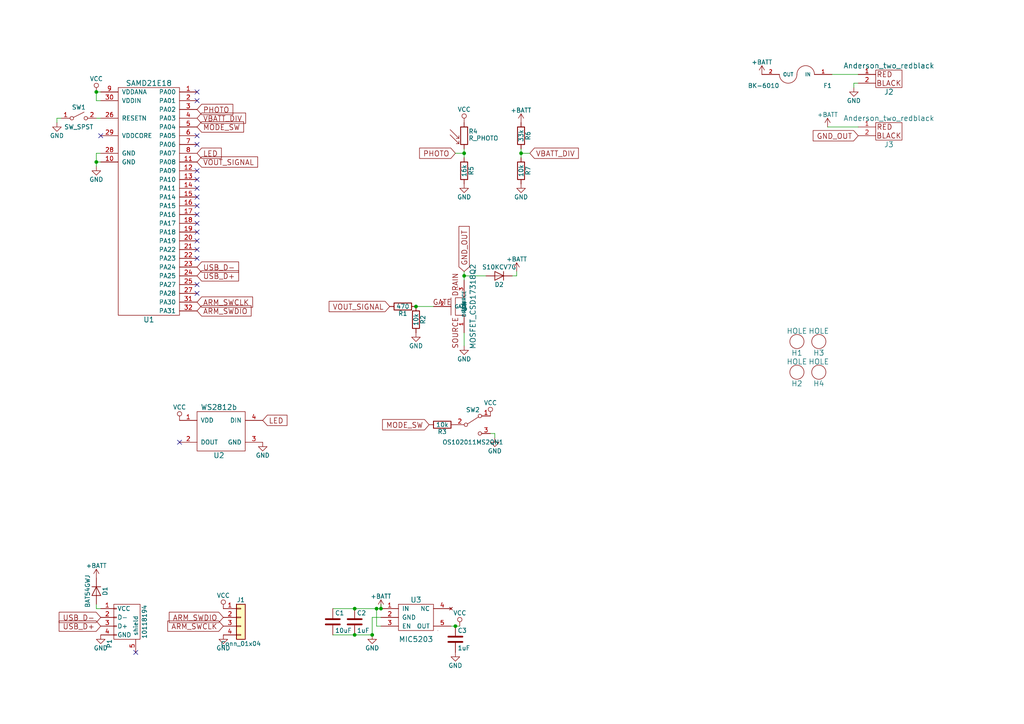
<source format=kicad_sch>
(kicad_sch (version 20230121) (generator eeschema)
  (paper "A4")
  (lib_symbols
    (symbol "battery-protector-v2-rescue:+BATT" (power) (pin_names (offset 0))
      (property "Value" "+BATT" (at 0 3.556 0))
      (symbol "+BATT_0_1"
        (polyline (pts (xy -0.762 1.27) (xy 0 2.54)))
        (polyline (pts (xy 0 0) (xy 0 2.54)))
        (polyline (pts (xy 0 2.54) (xy 0.762 1.27)))
      )
      (symbol "+BATT_1_1"
        (pin power_in line (at 0 0 90) (length 0) hide (name "+BATT") (number "1"))
      )
    )
    (symbol "battery-protector-v2-rescue:Anderson_two_redblack" (pin_names (offset 1.016))
      (property "Reference" "J" (at 0 -3.81 0))
      (property "Value" "Anderson_two_redblack" (at 0 3.81 0))
      (symbol "Anderson_two_redblack_0_0"
        (text "BLACK" (at 0 -1.27 0) (effects (font (size 1.524 1.524))))
        (text "RED" (at -1.27 1.27 0) (effects (font (size 1.524 1.524))))
      )
      (symbol "Anderson_two_redblack_0_1"
        (rectangle (start -3.81 2.54) (end 3.81 -2.54))
      )
      (symbol "Anderson_two_redblack_1_1"
        (pin bidirectional line (at -8.89 1.27 0) (length 5.08) (name "~") (number "1"))
        (pin bidirectional line (at -8.89 -1.27 0) (length 5.08) (name "~") (number "2"))
      )
    )
    (symbol "battery-protector-v2-rescue:C" (pin_numbers hide) (pin_names (offset 0.254))
      (property "Reference" "C" (at 0.635 2.54 0))
      (property "Value" "C" (at 0.635 -2.54 0))
      (symbol "C_0_1"
        (polyline (pts (xy -2.032 -0.762) (xy 2.032 -0.762)) (stroke (width 0.508)))
        (polyline (pts (xy -2.032 0.762) (xy 2.032 0.762)) (stroke (width 0.508)))
      )
      (symbol "C_1_1"
        (pin passive line (at 0 3.81 270) (length 2.794) (name "~") (number "1"))
        (pin passive line (at 0 -3.81 90) (length 2.794) (name "~") (number "2"))
      )
    )
    (symbol "battery-protector-v2-rescue:Conn_01x04" (pin_names (offset 1.016) hide)
      (property "Reference" "J" (at 0 5.08 0))
      (property "Value" "Conn_01x04" (at 0 -7.62 0))
      (symbol "Conn_01x04_1_1"
        (rectangle (start -1.27 -4.953) (end 0 -5.207) (stroke (width 0.1524)))
        (rectangle (start -1.27 -2.413) (end 0 -2.667) (stroke (width 0.1524)))
        (rectangle (start -1.27 0.127) (end 0 -0.127) (stroke (width 0.1524)))
        (rectangle (start -1.27 2.667) (end 0 2.413) (stroke (width 0.1524)))
        (rectangle (start -1.27 3.81) (end 1.27 -6.35) (stroke (width 0.254)) (fill (type background)))
        (pin passive line (at -5.08 2.54 0) (length 3.81) (name "Pin_1") (number "1"))
        (pin passive line (at -5.08 0 0) (length 3.81) (name "Pin_2") (number "2"))
        (pin passive line (at -5.08 -2.54 0) (length 3.81) (name "Pin_3") (number "3"))
        (pin passive line (at -5.08 -5.08 0) (length 3.81) (name "Pin_4") (number "4"))
      )
    )
    (symbol "battery-protector-v2-rescue:D" (pin_numbers hide) (pin_names (offset 1.016) hide)
      (property "Reference" "D" (at 0 2.54 0))
      (property "Value" "D" (at 0 -2.54 0))
      (symbol "D_0_1"
        (polyline (pts (xy -1.27 1.27) (xy -1.27 -1.27)) (stroke (width 0.2032)))
        (polyline (pts (xy 1.27 0) (xy -1.27 0)))
        (polyline (pts (xy 1.27 1.27) (xy 1.27 -1.27) (xy -1.27 0) (xy 1.27 1.27)) (stroke (width 0.2032)))
      )
      (symbol "D_1_1"
        (pin passive line (at -3.81 0 0) (length 2.54) (name "K") (number "1"))
        (pin passive line (at 3.81 0 180) (length 2.54) (name "A") (number "2"))
      )
    )
    (symbol "battery-protector-v2-rescue:GND" (power) (pin_names (offset 0))
      (property "Value" "GND" (at 0 -3.81 0))
      (symbol "GND_0_1"
        (polyline (pts (xy 0 0) (xy 0 -1.27) (xy 1.27 -1.27) (xy 0 -2.54) (xy -1.27 -1.27) (xy 0 -1.27)))
      )
      (symbol "GND_1_1"
        (pin power_in line (at 0 0 270) (length 0) hide (name "GND") (number "1"))
      )
    )
    (symbol "battery-protector-v2-rescue:HOLE" (pin_names (offset 1.016))
      (property "Reference" "H" (at 0 -3.302 0))
      (property "Value" "HOLE" (at 0 3.048 0))
      (symbol "HOLE_0_1"
        (circle (center 0 0) (radius 2.0574))
      )
    )
    (symbol "battery-protector-v2-rescue:MIC5225" (pin_names (offset 1.016))
      (property "Reference" "U" (at 0 10.16 0))
      (property "Value" "MIC5225" (at 0 -1.27 0))
      (symbol "MIC5225_0_1"
        (rectangle (start -5.08 8.89) (end -5.08 8.89))
        (rectangle (start 5.08 1.27) (end -5.08 8.89))
        (rectangle (start 6.35 1.27) (end 6.35 1.27))
      )
      (symbol "MIC5225_1_1"
        (pin input line (at -10.16 7.62 0) (length 5.08) (name "IN") (number "1"))
        (pin input line (at -10.16 5.08 0) (length 5.08) (name "GND") (number "2"))
        (pin input line (at -10.16 2.54 0) (length 5.08) (name "EN") (number "3"))
        (pin no_connect line (at 10.16 7.62 180) (length 5.08) (name "NC") (number "4"))
        (pin output line (at 10.16 2.54 180) (length 5.08) (name "OUT") (number "5"))
      )
    )
    (symbol "battery-protector-v2-rescue:MOSFET_CSD17318Q2" (pin_names (offset 1.016))
      (property "Reference" "U" (at 0 2.54 0))
      (property "Value" "MOSFET_CSD17318Q2" (at 0 0 0))
      (symbol "MOSFET_CSD17318Q2_0_0"
        (text "DRAIN" (at 6.35 5.08 0) (effects (font (size 1.524 1.524))))
        (text "GATE" (at 1.27 8.89 900) (effects (font (size 1.524 1.524))))
        (text "SOURCE" (at -7.62 5.08 0) (effects (font (size 1.524 1.524))))
      )
      (symbol "MOSFET_CSD17318Q2_0_1"
        (polyline (pts (xy 2.54 6.35) (xy -2.54 6.35)))
        (polyline (pts (xy -2.54 2.54) (xy -2.54 5.08) (xy 2.54 5.08) (xy 2.54 2.54)))
      )
      (symbol "MOSFET_CSD17318Q2_1_1"
        (pin power_in line (at -7.62 2.54 0) (length 5.08) (name "SOURCE") (number "1"))
        (pin input line (at 0 11.43 270) (length 5.08) (name "GATE") (number "2"))
        (pin power_out line (at 7.62 2.54 180) (length 5.08) (name "DRAIN") (number "3"))
      )
    )
    (symbol "battery-protector-v2-rescue:POWER_FUSE" (pin_names (offset 1.016))
      (property "Reference" "F" (at -10.16 2.54 0))
      (property "Value" "POWER_FUSE" (at 5.08 2.54 0))
      (symbol "POWER_FUSE_1_1"
        (arc (start -5.08 0) (mid -2.54 -2.529) (end 0 0))
        (arc (start 5.08 0) (mid 2.54 2.529) (end 0 0))
        (pin power_in line (at -10.16 0 0) (length 5.08) (name "IN") (number "1"))
        (pin power_out line (at 10.16 0 180) (length 5.08) (name "OUT") (number "2"))
      )
    )
    (symbol "battery-protector-v2-rescue:R" (pin_numbers hide) (pin_names (offset 0))
      (property "Reference" "R" (at 2.032 0 90))
      (property "Value" "R" (at 0 0 90))
      (symbol "R_0_1"
        (rectangle (start -1.016 -2.54) (end 1.016 2.54) (stroke (width 0.254)))
      )
      (symbol "R_1_1"
        (pin passive line (at 0 3.81 270) (length 1.27) (name "~") (number "1"))
        (pin passive line (at 0 -3.81 90) (length 1.27) (name "~") (number "2"))
      )
    )
    (symbol "battery-protector-v2-rescue:R_PHOTO" (pin_numbers hide) (pin_names (offset 0))
      (property "Reference" "R" (at 1.27 1.27 0))
      (property "Value" "R_PHOTO" (at 1.27 0 0))
      (symbol "R_PHOTO_0_1"
        (rectangle (start -1.016 2.54) (end 1.016 -2.54) (stroke (width 0.254)))
        (polyline (pts (xy -1.524 -2.286) (xy -4.064 0.254)))
        (polyline (pts (xy -1.524 -2.286) (xy -2.286 -2.286)))
        (polyline (pts (xy -1.524 -2.286) (xy -1.524 -1.524)))
        (polyline (pts (xy -1.524 -0.762) (xy -4.064 1.778)))
        (polyline (pts (xy -1.524 -0.762) (xy -2.286 -0.762)))
        (polyline (pts (xy -1.524 -0.762) (xy -1.524 0)))
      )
      (symbol "R_PHOTO_1_1"
        (pin passive line (at 0 3.81 270) (length 1.27) (name "~") (number "1"))
        (pin passive line (at 0 -3.81 90) (length 1.27) (name "~") (number "2"))
      )
    )
    (symbol "battery-protector-v2-rescue:SAMD21E18" (pin_names (offset 1.016))
      (property "Reference" "U" (at -2.54 -36.83 0))
      (property "Value" "SAMD21E18" (at -2.54 31.75 0))
      (symbol "SAMD21E18_0_1"
        (rectangle (start -11.43 30.48) (end 6.35 -35.56))
      )
      (symbol "SAMD21E18_1_1"
        (pin bidirectional line (at 11.43 29.21 180) (length 5.08) (name "PA00") (number "1"))
        (pin power_in line (at -16.51 8.89 0) (length 5.08) (name "GND") (number "10"))
        (pin bidirectional line (at 11.43 8.89 180) (length 5.08) (name "PA08") (number "11"))
        (pin bidirectional line (at 11.43 6.35 180) (length 5.08) (name "PA09") (number "12"))
        (pin bidirectional line (at 11.43 3.81 180) (length 5.08) (name "PA10") (number "13"))
        (pin bidirectional line (at 11.43 1.27 180) (length 5.08) (name "PA11") (number "14"))
        (pin bidirectional line (at 11.43 -1.27 180) (length 5.08) (name "PA14") (number "15"))
        (pin bidirectional line (at 11.43 -3.81 180) (length 5.08) (name "PA15") (number "16"))
        (pin bidirectional line (at 11.43 -6.35 180) (length 5.08) (name "PA16") (number "17"))
        (pin bidirectional line (at 11.43 -8.89 180) (length 5.08) (name "PA17") (number "18"))
        (pin bidirectional line (at 11.43 -11.43 180) (length 5.08) (name "PA18") (number "19"))
        (pin bidirectional line (at 11.43 26.67 180) (length 5.08) (name "PA01") (number "2"))
        (pin bidirectional line (at 11.43 -13.97 180) (length 5.08) (name "PA19") (number "20"))
        (pin bidirectional line (at 11.43 -16.51 180) (length 5.08) (name "PA22") (number "21"))
        (pin bidirectional line (at 11.43 -19.05 180) (length 5.08) (name "PA23") (number "22"))
        (pin bidirectional line (at 11.43 -21.59 180) (length 5.08) (name "PA24") (number "23"))
        (pin bidirectional line (at 11.43 -24.13 180) (length 5.08) (name "PA25") (number "24"))
        (pin bidirectional line (at 11.43 -26.67 180) (length 5.08) (name "PA27") (number "25"))
        (pin input line (at -16.51 21.59 0) (length 5.08) (name "RESETN") (number "26"))
        (pin bidirectional line (at 11.43 -29.21 180) (length 5.08) (name "PA28") (number "27"))
        (pin power_in line (at -16.51 11.43 0) (length 5.08) (name "GND") (number "28"))
        (pin output line (at -16.51 16.51 0) (length 5.08) (name "VDDCORE") (number "29"))
        (pin bidirectional line (at 11.43 24.13 180) (length 5.08) (name "PA02") (number "3"))
        (pin power_in line (at -16.51 26.67 0) (length 5.08) (name "VDDIN") (number "30"))
        (pin bidirectional line (at 11.43 -31.75 180) (length 5.08) (name "PA30") (number "31"))
        (pin bidirectional line (at 11.43 -34.29 180) (length 5.08) (name "PA31") (number "32"))
        (pin bidirectional line (at 11.43 21.59 180) (length 5.08) (name "PA03") (number "4"))
        (pin bidirectional line (at 11.43 19.05 180) (length 5.08) (name "PA04") (number "5"))
        (pin bidirectional line (at 11.43 16.51 180) (length 5.08) (name "PA05") (number "6"))
        (pin bidirectional line (at 11.43 13.97 180) (length 5.08) (name "PA06") (number "7"))
        (pin bidirectional line (at 11.43 11.43 180) (length 5.08) (name "PA07") (number "8"))
        (pin power_in line (at -16.51 29.21 0) (length 5.08) (name "VDDANA") (number "9"))
      )
    )
    (symbol "battery-protector-v2-rescue:SW_SPDT" (pin_names (offset 0) hide)
      (property "Reference" "SW" (at 0 4.318 0))
      (property "Value" "SW_SPDT" (at 0 -5.08 0))
      (symbol "SW_SPDT_0_0"
        (circle (center -2.032 0) (radius 0.508))
        (circle (center 2.032 -2.54) (radius 0.508))
      )
      (symbol "SW_SPDT_0_1"
        (polyline (pts (xy -1.524 0.254) (xy 1.651 2.286)))
        (circle (center 2.032 2.54) (radius 0.508))
      )
      (symbol "SW_SPDT_1_1"
        (pin passive line (at 5.08 2.54 180) (length 2.54) (name "A") (number "1"))
        (pin passive line (at -5.08 0 0) (length 2.54) (name "B") (number "2"))
        (pin passive line (at 5.08 -2.54 180) (length 2.54) (name "C") (number "3"))
      )
    )
    (symbol "battery-protector-v2-rescue:SW_SPST" (pin_names (offset 0) hide)
      (property "Reference" "SW" (at 0 3.175 0))
      (property "Value" "SW_SPST" (at 0 -2.54 0))
      (symbol "SW_SPST_0_0"
        (circle (center -2.032 0) (radius 0.508))
        (polyline (pts (xy -1.524 0.254) (xy 1.524 1.778)))
        (circle (center 2.032 0) (radius 0.508))
      )
      (symbol "SW_SPST_1_1"
        (pin passive line (at -5.08 0 0) (length 2.54) (name "A") (number "1"))
        (pin passive line (at 5.08 0 180) (length 2.54) (name "B") (number "2"))
      )
    )
    (symbol "battery-protector-v2-rescue:USB_B_POWER_SUPPLY" (pin_names (offset 1.016))
      (property "Reference" "P" (at 5.08 -5.08 0))
      (property "Value" "USB_B_POWER_SUPPLY" (at -1.27 5.08 0))
      (symbol "USB_B_POWER_SUPPLY_0_1"
        (rectangle (start -6.35 -3.81) (end 3.81 3.81))
        (rectangle (start -5.207 -3.81) (end -4.953 -3.048))
        (rectangle (start -2.667 -3.81) (end -2.413 -3.048))
        (rectangle (start -0.127 -3.81) (end 0.127 -3.048))
        (rectangle (start 2.413 -3.81) (end 2.667 -3.048))
      )
      (symbol "USB_B_POWER_SUPPLY_1_1"
        (pin power_out line (at -5.08 -7.62 90) (length 3.81) (name "VCC") (number "1"))
        (pin passive line (at -2.54 -7.62 90) (length 3.81) (name "D-") (number "2"))
        (pin passive line (at 0 -7.62 90) (length 3.81) (name "D+") (number "3"))
        (pin power_out line (at 2.54 -7.62 90) (length 3.81) (name "GND") (number "4"))
        (pin passive line (at 7.62 2.54 180) (length 3.81) (name "shield") (number "5"))
      )
    )
    (symbol "battery-protector-v2-rescue:VCC" (power) (pin_names (offset 0))
      (property "Value" "VCC" (at 0 3.81 0))
      (symbol "VCC_0_1"
        (polyline (pts (xy 0 0) (xy 0 1.27)))
        (circle (center 0 1.905) (radius 0.635))
      )
      (symbol "VCC_1_1"
        (pin power_in line (at 0 0 90) (length 0) hide (name "VCC") (number "1"))
      )
    )
    (symbol "battery-protector-v2-rescue:WS2812b" (pin_names (offset 1.016))
      (property "Reference" "U" (at -1.27 -7.62 0))
      (property "Value" "WS2812b" (at -1.27 6.35 0))
      (symbol "WS2812b_0_1"
        (rectangle (start -7.62 5.08) (end 6.35 -6.35))
      )
      (symbol "WS2812b_1_1"
        (pin power_in line (at -12.7 2.54 0) (length 5.08) (name "VDD") (number "1"))
        (pin output line (at -12.7 -3.81 0) (length 5.08) (name "DOUT") (number "2"))
        (pin power_in line (at 11.43 -3.81 180) (length 5.08) (name "GND") (number "3"))
        (pin input line (at 11.43 2.54 180) (length 5.08) (name "DIN") (number "4"))
      )
    )
  )
  (junction (at 110.49 176.53))
  (junction (at 109.22 176.53))
  (junction (at 132.08 181.61))
  (junction (at 27.94 26.67))
  (junction (at 134.62 80.01))
  (junction (at 107.95 184.15))
  (junction (at 120.65 88.9))
  (junction (at 27.94 46.99))
  (junction (at 134.62 44.45))
  (junction (at 151.13 44.45))
  (junction (at 102.87 184.15))
  (junction (at 102.87 176.53))
  (no_connect (at 57.15 41.91))
  (no_connect (at 57.15 64.77))
  (no_connect (at 57.15 39.37))
  (no_connect (at 57.15 74.93))
  (no_connect (at 52.07 128.27))
  (no_connect (at 57.15 49.53))
  (no_connect (at 57.15 62.23))
  (no_connect (at 57.15 85.09))
  (no_connect (at 57.15 29.21))
  (no_connect (at 29.21 39.37))
  (no_connect (at 39.37 189.23))
  (no_connect (at 57.15 82.55))
  (no_connect (at 57.15 54.61))
  (no_connect (at 57.15 26.67))
  (no_connect (at 57.15 72.39))
  (no_connect (at 57.15 52.07))
  (no_connect (at 57.15 57.15))
  (no_connect (at 57.15 67.31))
  (no_connect (at 57.15 59.69))
  (no_connect (at 57.15 69.85))
  (wire (pts (xy 132.08 44.45) (xy 134.62 44.45)))
  (wire (pts (xy 27.94 26.67) (xy 29.21 26.67)))
  (wire (pts (xy 142.24 125.73) (xy 143.51 125.73)))
  (wire (pts (xy 109.22 176.53) (xy 110.49 176.53)))
  (wire (pts (xy 109.22 176.53) (xy 109.22 181.61)))
  (wire (pts (xy 29.21 34.29) (xy 27.94 34.29)))
  (wire (pts (xy 240.03 36.83) (xy 248.92 36.83)))
  (wire (pts (xy 151.13 43.18) (xy 151.13 44.45)))
  (wire (pts (xy 102.87 176.53) (xy 109.22 176.53)))
  (wire (pts (xy 102.87 184.15) (xy 107.95 184.15)))
  (wire (pts (xy 151.13 44.45) (xy 151.13 45.72)))
  (wire (pts (xy 143.51 125.73) (xy 143.51 127)))
  (wire (pts (xy 96.52 176.53) (xy 102.87 176.53)))
  (wire (pts (xy 16.51 34.29) (xy 17.78 34.29)))
  (wire (pts (xy 134.62 44.45) (xy 134.62 45.72)))
  (wire (pts (xy 29.21 46.99) (xy 27.94 46.99)))
  (wire (pts (xy 149.86 80.01) (xy 148.59 80.01)))
  (wire (pts (xy 27.94 46.99) (xy 27.94 48.26)))
  (wire (pts (xy 248.92 21.59) (xy 241.3 21.59)))
  (wire (pts (xy 109.22 181.61) (xy 110.49 181.61)))
  (wire (pts (xy 107.95 179.07) (xy 110.49 179.07)))
  (wire (pts (xy 149.86 78.74) (xy 149.86 80.01)))
  (wire (pts (xy 27.94 29.21) (xy 29.21 29.21)))
  (wire (pts (xy 247.65 24.13) (xy 247.65 25.4)))
  (wire (pts (xy 134.62 80.01) (xy 134.62 81.28)))
  (wire (pts (xy 134.62 78.74) (xy 134.62 80.01)))
  (wire (pts (xy 130.81 181.61) (xy 132.08 181.61)))
  (wire (pts (xy 248.92 24.13) (xy 247.65 24.13)))
  (wire (pts (xy 96.52 184.15) (xy 102.87 184.15)))
  (wire (pts (xy 110.49 176.53) (xy 110.49 175.26)))
  (wire (pts (xy 27.94 176.53) (xy 27.94 175.26)))
  (wire (pts (xy 153.67 44.45) (xy 151.13 44.45)))
  (wire (pts (xy 29.21 176.53) (xy 27.94 176.53)))
  (wire (pts (xy 107.95 184.15) (xy 107.95 179.07)))
  (wire (pts (xy 27.94 44.45) (xy 27.94 46.99)))
  (wire (pts (xy 132.08 181.61) (xy 133.35 181.61)))
  (wire (pts (xy 29.21 44.45) (xy 27.94 44.45)))
  (wire (pts (xy 16.51 34.29) (xy 16.51 35.56)))
  (wire (pts (xy 27.94 26.67) (xy 27.94 29.21)))
  (wire (pts (xy 120.65 88.9) (xy 125.73 88.9)))
  (wire (pts (xy 134.62 100.33) (xy 134.62 96.52)))
  (wire (pts (xy 140.97 80.01) (xy 134.62 80.01)))
  (wire (pts (xy 134.62 43.18) (xy 134.62 44.45)))
  (global_label "USB_D-" (shape input) (at 29.21 179.07 180) (effects (font (size 1.524 1.524))) (property "Intersheetrefs" "${INTERSHEET_REFS}" (effects hide)))
  (global_label "ARM_SWDIO" (shape input) (at 57.15 90.17 0) (effects (font (size 1.524 1.524))) (property "Intersheetrefs" "${INTERSHEET_REFS}" (effects hide)))
  (global_label "ARM_SWCLK" (shape input) (at 57.15 87.63 0) (effects (font (size 1.524 1.524))) (property "Intersheetrefs" "${INTERSHEET_REFS}" (effects hide)))
  (global_label "USB_D-" (shape input) (at 57.15 77.47 0) (effects (font (size 1.524 1.524))) (property "Intersheetrefs" "${INTERSHEET_REFS}" (effects hide)))
  (global_label "VBATT_DIV" (shape input) (at 153.67 44.45 0) (effects (font (size 1.524 1.524))) (property "Intersheetrefs" "${INTERSHEET_REFS}" (effects hide)))
  (global_label "VOUT_SIGNAL" (shape input) (at 57.15 46.99 0) (effects (font (size 1.524 1.524))) (property "Intersheetrefs" "${INTERSHEET_REFS}" (effects hide)))
  (global_label "MODE_SW" (shape input) (at 57.15 36.83 0) (effects (font (size 1.524 1.524))) (property "Intersheetrefs" "${INTERSHEET_REFS}" (effects hide)))
  (global_label "PHOTO" (shape input) (at 57.15 31.75 0) (effects (font (size 1.524 1.524))) (property "Intersheetrefs" "${INTERSHEET_REFS}" (effects hide)))
  (global_label "LED" (shape input) (at 57.15 44.45 0) (effects (font (size 1.524 1.524))) (property "Intersheetrefs" "${INTERSHEET_REFS}" (effects hide)))
  (global_label "PHOTO" (shape input) (at 132.08 44.45 180) (effects (font (size 1.524 1.524))) (property "Intersheetrefs" "${INTERSHEET_REFS}" (effects hide)))
  (global_label "VBATT_DIV" (shape input) (at 57.15 34.29 0) (effects (font (size 1.524 1.524))) (property "Intersheetrefs" "${INTERSHEET_REFS}" (effects hide)))
  (global_label "ARM_SWDIO" (shape input) (at 64.77 179.07 180) (effects (font (size 1.524 1.524))) (property "Intersheetrefs" "${INTERSHEET_REFS}" (effects hide)))
  (global_label "USB_D+" (shape input) (at 57.15 80.01 0) (effects (font (size 1.524 1.524))) (property "Intersheetrefs" "${INTERSHEET_REFS}" (effects hide)))
  (global_label "USB_D+" (shape input) (at 29.21 181.61 180) (effects (font (size 1.524 1.524))) (property "Intersheetrefs" "${INTERSHEET_REFS}" (effects hide)))
  (global_label "GND_OUT" (shape input) (at 134.62 78.74 90) (effects (font (size 1.524 1.524))) (property "Intersheetrefs" "${INTERSHEET_REFS}" (effects hide)))
  (global_label "GND_OUT" (shape input) (at 248.92 39.37 180) (effects (font (size 1.524 1.524))) (property "Intersheetrefs" "${INTERSHEET_REFS}" (effects hide)))
  (global_label "ARM_SWCLK" (shape input) (at 64.77 181.61 180) (effects (font (size 1.524 1.524))) (property "Intersheetrefs" "${INTERSHEET_REFS}" (effects hide)))
  (global_label "LED" (shape input) (at 76.2 121.92 0) (effects (font (size 1.524 1.524))) (property "Intersheetrefs" "${INTERSHEET_REFS}" (effects hide)))
  (global_label "VOUT_SIGNAL" (shape input) (at 113.03 88.9 180) (effects (font (size 1.524 1.524))) (property "Intersheetrefs" "${INTERSHEET_REFS}" (effects hide)))
  (global_label "MODE_SW" (shape input) (at 124.46 123.19 180) (effects (font (size 1.524 1.524))) (property "Intersheetrefs" "${INTERSHEET_REFS}" (effects hide)))
  (symbol (lib_id "battery-protector-v2-rescue:SAMD21E18") (at 45.72 55.88 0) (unit 1)
    (property "Reference" "U1" (at 43.18 92.71 0) (effects (font (size 1.524 1.524))))
    (property "Value" "SAMD21E18" (at 43.18 24.13 0) (effects (font (size 1.524 1.524))))
    (property "Footprint" "homebrew:TQFP32-08" (effects hide))
  )
  (symbol (lib_id "battery-protector-v2-rescue:GND") (at 27.94 48.26 0) (unit 1)
    (property "Reference" "#PWR01" (effects hide))
    (property "Value" "GND" (at 27.94 52.07 0))
  )
  (symbol (lib_id "battery-protector-v2-rescue:SW_SPST") (at 22.86 34.29 0) (unit 1)
    (property "Reference" "SW1" (at 22.86 31.115 0))
    (property "Value" "SW_SPST" (at 22.86 36.83 0))
    (property "Footprint" "Sparkfun-Switches:TACTILE_SWITCH_SMD_4.6X2.8MM" (effects hide))
  )
  (symbol (lib_id "battery-protector-v2-rescue:GND") (at 16.51 35.56 0) (unit 1)
    (property "Reference" "#PWR02" (effects hide))
    (property "Value" "GND" (at 16.51 39.37 0))
  )
  (symbol (lib_id "battery-protector-v2-rescue:USB_B_POWER_SUPPLY") (at 36.83 181.61 270) (unit 1)
    (property "Reference" "P1" (at 31.75 186.69 0))
    (property "Value" "10118194" (at 41.91 180.34 0))
    (property "Footprint" "10118194-0001LF:FRAMATOME_10118194-0001LF" (effects hide))
  )
  (symbol (lib_id "battery-protector-v2-rescue:GND") (at 29.21 184.15 0) (unit 1)
    (property "Reference" "#PWR03" (effects hide))
    (property "Value" "GND" (at 29.21 187.96 0))
  )
  (symbol (lib_id "battery-protector-v2-rescue:Conn_01x04") (at 69.85 179.07 0) (unit 1)
    (property "Reference" "J1" (at 69.85 173.99 0))
    (property "Value" "Conn_01x04" (at 69.85 186.69 0))
    (property "Footprint" "Pin_Headers:Pin_Header_Straight_1x04_Pitch2.54mm" (effects hide))
  )
  (symbol (lib_id "battery-protector-v2-rescue:GND") (at 64.77 184.15 0) (unit 1)
    (property "Reference" "#PWR04" (effects hide))
    (property "Value" "GND" (at 64.77 187.96 0))
  )
  (symbol (lib_id "battery-protector-v2-rescue:MIC5225") (at 120.65 184.15 0) (unit 1)
    (property "Reference" "U3" (at 120.65 173.99 0) (effects (font (size 1.524 1.524))))
    (property "Value" "MIC5203" (at 120.65 185.42 0) (effects (font (size 1.524 1.524))))
    (property "Footprint" "TO_SOT_Packages_SMD:SOT-23-5" (effects hide))
  )
  (symbol (lib_id "battery-protector-v2-rescue:GND") (at 107.95 184.15 0) (unit 1)
    (property "Reference" "#PWR05" (effects hide))
    (property "Value" "GND" (at 107.95 187.96 0))
  )
  (symbol (lib_id "battery-protector-v2-rescue:+BATT") (at 27.94 167.64 0) (unit 1)
    (property "Reference" "#PWR06" (effects hide))
    (property "Value" "+BATT" (at 27.94 164.084 0))
  )
  (symbol (lib_id "battery-protector-v2-rescue:+BATT") (at 110.49 176.53 0) (unit 1)
    (property "Reference" "#PWR07" (effects hide))
    (property "Value" "+BATT" (at 110.49 172.974 0))
  )
  (symbol (lib_id "battery-protector-v2-rescue:C") (at 102.87 180.34 0) (unit 1)
    (property "Reference" "C2" (at 103.505 177.8 0) (effects (justify left)))
    (property "Value" "1uF" (at 103.505 182.88 0) (effects (justify left)))
    (property "Footprint" "Capacitors_SMD:C_0603" (effects hide))
  )
  (symbol (lib_id "battery-protector-v2-rescue:C") (at 96.52 180.34 0) (unit 1)
    (property "Reference" "C1" (at 97.155 177.8 0) (effects (justify left)))
    (property "Value" "10uF" (at 97.155 182.88 0) (effects (justify left)))
    (property "Footprint" "Capacitors_SMD:C_0805" (effects hide))
  )
  (symbol (lib_id "battery-protector-v2-rescue:C") (at 132.08 185.42 0) (unit 1)
    (property "Reference" "C3" (at 132.715 182.88 0) (effects (justify left)))
    (property "Value" "1uF" (at 132.715 187.96 0) (effects (justify left)))
    (property "Footprint" "Capacitors_SMD:C_0603" (effects hide))
  )
  (symbol (lib_id "battery-protector-v2-rescue:GND") (at 132.08 189.23 0) (unit 1)
    (property "Reference" "#PWR08" (effects hide))
    (property "Value" "GND" (at 132.08 193.04 0))
  )
  (symbol (lib_id "battery-protector-v2-rescue:Anderson_two_redblack") (at 257.81 22.86 0) (unit 1)
    (property "Reference" "J2" (at 257.81 26.67 0) (effects (font (size 1.524 1.524))))
    (property "Value" "Anderson_two_redblack" (at 257.81 19.05 0) (effects (font (size 1.524 1.524))))
    (property "Footprint" "homebrew:Anderson_1337G3_right_angle_bottom_two" (effects hide))
  )
  (symbol (lib_id "battery-protector-v2-rescue:Anderson_two_redblack") (at 257.81 38.1 0) (unit 1)
    (property "Reference" "J3" (at 257.81 41.91 0) (effects (font (size 1.524 1.524))))
    (property "Value" "Anderson_two_redblack" (at 257.81 34.29 0) (effects (font (size 1.524 1.524))))
    (property "Footprint" "homebrew:Anderson_1337G3_right_angle_bottom_two" (effects hide))
  )
  (symbol (lib_id "battery-protector-v2-rescue:+BATT") (at 220.98 21.59 0) (unit 1)
    (property "Reference" "#PWR09" (effects hide))
    (property "Value" "+BATT" (at 220.98 18.034 0))
  )
  (symbol (lib_id "battery-protector-v2-rescue:GND") (at 247.65 25.4 0) (unit 1)
    (property "Reference" "#PWR010" (effects hide))
    (property "Value" "GND" (at 247.65 29.21 0))
  )
  (symbol (lib_id "battery-protector-v2-rescue:VCC") (at 133.35 181.61 0) (unit 1)
    (property "Reference" "#PWR011" (effects hide))
    (property "Value" "VCC" (at 133.35 177.8 0))
  )
  (symbol (lib_id "battery-protector-v2-rescue:VCC") (at 64.77 176.53 0) (unit 1)
    (property "Reference" "#PWR012" (effects hide))
    (property "Value" "VCC" (at 64.77 172.72 0))
  )
  (symbol (lib_id "battery-protector-v2-rescue:VCC") (at 27.94 26.67 0) (unit 1)
    (property "Reference" "#PWR013" (effects hide))
    (property "Value" "VCC" (at 27.94 22.86 0))
  )
  (symbol (lib_id "battery-protector-v2-rescue:POWER_FUSE") (at 231.14 21.59 180) (unit 1)
    (property "Reference" "F1" (at 241.3 24.13 0) (effects (justify left bottom)))
    (property "Value" "BK-6010" (at 226.06 24.13 0) (effects (justify left bottom)))
    (property "Footprint" "homebrew:FUSEHOLDER_ATC_Bk-6010" (effects hide))
  )
  (symbol (lib_id "battery-protector-v2-rescue:R_PHOTO") (at 134.62 39.37 0) (unit 1)
    (property "Reference" "R4" (at 135.89 38.1 0) (effects (justify left)))
    (property "Value" "R_PHOTO" (at 135.89 39.37 0) (effects (justify left top)))
    (property "Footprint" "homebrew:R_PHOTO" (effects hide))
  )
  (symbol (lib_id "battery-protector-v2-rescue:VCC") (at 134.62 35.56 0) (unit 1)
    (property "Reference" "#PWR014" (effects hide))
    (property "Value" "VCC" (at 134.62 31.75 0))
  )
  (symbol (lib_id "battery-protector-v2-rescue:R") (at 134.62 49.53 0) (unit 1)
    (property "Reference" "R5" (at 136.652 49.53 90))
    (property "Value" "16k" (at 134.62 49.53 90))
    (property "Footprint" "Resistors_SMD:R_0603" (effects hide))
  )
  (symbol (lib_id "battery-protector-v2-rescue:GND") (at 134.62 53.34 0) (unit 1)
    (property "Reference" "#PWR015" (effects hide))
    (property "Value" "GND" (at 134.62 57.15 0))
  )
  (symbol (lib_id "battery-protector-v2-rescue:R") (at 151.13 39.37 0) (unit 1)
    (property "Reference" "R6" (at 153.162 39.37 90))
    (property "Value" "33k" (at 151.13 39.37 90))
    (property "Footprint" "Resistors_SMD:R_0603" (effects hide))
  )
  (symbol (lib_id "battery-protector-v2-rescue:R") (at 151.13 49.53 0) (unit 1)
    (property "Reference" "R7" (at 153.162 49.53 90))
    (property "Value" "10k" (at 151.13 49.53 90))
    (property "Footprint" "Resistors_SMD:R_0603" (effects hide))
  )
  (symbol (lib_id "battery-protector-v2-rescue:+BATT") (at 151.13 35.56 0) (unit 1)
    (property "Reference" "#PWR016" (effects hide))
    (property "Value" "+BATT" (at 151.13 32.004 0))
  )
  (symbol (lib_id "battery-protector-v2-rescue:GND") (at 151.13 53.34 0) (unit 1)
    (property "Reference" "#PWR017" (effects hide))
    (property "Value" "GND" (at 151.13 57.15 0))
  )
  (symbol (lib_id "battery-protector-v2-rescue:R") (at 120.65 92.71 0) (unit 1)
    (property "Reference" "R2" (at 122.682 92.71 90))
    (property "Value" "10k" (at 120.65 92.71 90))
    (property "Footprint" "Resistors_SMD:R_0603" (effects hide))
  )
  (symbol (lib_id "battery-protector-v2-rescue:GND") (at 120.65 96.52 0) (unit 1)
    (property "Reference" "#PWR018" (effects hide))
    (property "Value" "GND" (at 120.65 100.33 0))
  )
  (symbol (lib_id "battery-protector-v2-rescue:R") (at 116.84 88.9 270) (unit 1)
    (property "Reference" "R1" (at 116.84 90.932 90))
    (property "Value" "470" (at 116.84 88.9 90))
    (property "Footprint" "Resistors_SMD:R_0603" (effects hide))
  )
  (symbol (lib_id "battery-protector-v2-rescue:GND") (at 134.62 100.33 0) (unit 1)
    (property "Reference" "#PWR019" (effects hide))
    (property "Value" "GND" (at 134.62 104.14 0))
  )
  (symbol (lib_id "battery-protector-v2-rescue:D") (at 144.78 80.01 180) (unit 1)
    (property "Reference" "D2" (at 144.78 82.55 0))
    (property "Value" "S10KCV7G" (at 144.78 77.47 0))
    (property "Footprint" "homebrew:DIODE-DO-214AB" (effects hide))
  )
  (symbol (lib_id "battery-protector-v2-rescue:+BATT") (at 240.03 36.83 0) (unit 1)
    (property "Reference" "#PWR020" (effects hide))
    (property "Value" "+BATT" (at 240.03 33.274 0))
  )
  (symbol (lib_id "battery-protector-v2-rescue:+BATT") (at 149.86 78.74 0) (unit 1)
    (property "Reference" "#PWR021" (effects hide))
    (property "Value" "+BATT" (at 149.86 75.184 0))
  )
  (symbol (lib_id "battery-protector-v2-rescue:MOSFET_CSD17318Q2") (at 137.16 88.9 90) (unit 1)
    (property "Reference" "U4" (at 134.62 88.9 0) (effects (font (size 1.524 1.524))))
    (property "Value" "MOSFET_CSD17318Q2" (at 137.16 88.9 0) (effects (font (size 1.524 1.524))))
    (property "Footprint" "homebrew:TRANS_CSD17318Q2T" (effects hide))
  )
  (symbol (lib_id "battery-protector-v2-rescue:WS2812b") (at 64.77 124.46 0) (unit 1)
    (property "Reference" "U2" (at 63.5 132.08 0) (effects (font (size 1.524 1.524))))
    (property "Value" "WS2812b" (at 63.5 118.11 0) (effects (font (size 1.524 1.524))))
    (property "Footprint" "homebrew:WS2812B" (effects hide))
  )
  (symbol (lib_id "battery-protector-v2-rescue:VCC") (at 52.07 121.92 0) (unit 1)
    (property "Reference" "#PWR022" (effects hide))
    (property "Value" "VCC" (at 52.07 118.11 0))
  )
  (symbol (lib_id "battery-protector-v2-rescue:GND") (at 76.2 128.27 0) (unit 1)
    (property "Reference" "#PWR023" (effects hide))
    (property "Value" "GND" (at 76.2 132.08 0))
  )
  (symbol (lib_id "battery-protector-v2-rescue:HOLE") (at 231.14 99.06 0) (unit 1)
    (property "Reference" "H1" (at 231.14 102.362 0) (effects (font (size 1.524 1.524))))
    (property "Value" "HOLE" (at 231.14 96.012 0) (effects (font (size 1.524 1.524))))
    (property "Footprint" "homebrew:HOLE_M4" (effects hide))
  )
  (symbol (lib_id "battery-protector-v2-rescue:HOLE") (at 237.49 99.06 0) (unit 1)
    (property "Reference" "H3" (at 237.49 102.362 0) (effects (font (size 1.524 1.524))))
    (property "Value" "HOLE" (at 237.49 96.012 0) (effects (font (size 1.524 1.524))))
    (property "Footprint" "homebrew:HOLE_M4" (effects hide))
  )
  (symbol (lib_id "battery-protector-v2-rescue:HOLE") (at 231.14 107.95 0) (unit 1)
    (property "Reference" "H2" (at 231.14 111.252 0) (effects (font (size 1.524 1.524))))
    (property "Value" "HOLE" (at 231.14 104.902 0) (effects (font (size 1.524 1.524))))
    (property "Footprint" "homebrew:HOLE_M4" (effects hide))
  )
  (symbol (lib_id "battery-protector-v2-rescue:D") (at 27.94 171.45 270) (unit 1)
    (property "Reference" "D1" (at 30.48 171.45 0))
    (property "Value" "BAT54GWJ" (at 25.4 171.45 0))
    (property "Footprint" "Diodes_SMD:D_SOD-123" (effects hide))
  )
  (symbol (lib_id "battery-protector-v2-rescue:HOLE") (at 237.49 107.95 0) (unit 1)
    (property "Reference" "H4" (at 237.49 111.252 0) (effects (font (size 1.524 1.524))))
    (property "Value" "HOLE" (at 237.49 104.902 0) (effects (font (size 1.524 1.524))))
    (property "Footprint" "homebrew:HOLE_M4" (effects hide))
  )
  (symbol (lib_id "battery-protector-v2-rescue:SW_SPDT") (at 137.16 123.19 0) (unit 1)
    (property "Reference" "SW2" (at 137.16 118.872 0))
    (property "Value" "OS102011MS2QN1" (at 137.16 128.27 0))
    (property "Footprint" "homebrew:SW_2POS_OS102011MS2QN1" (effects hide))
  )
  (symbol (lib_id "battery-protector-v2-rescue:R") (at 128.27 123.19 270) (unit 1)
    (property "Reference" "R3" (at 128.27 125.222 90))
    (property "Value" "10k" (at 128.27 123.19 90))
    (property "Footprint" "Resistors_SMD:R_0603" (effects hide))
  )
  (symbol (lib_id "battery-protector-v2-rescue:VCC") (at 142.24 120.65 0) (unit 1)
    (property "Reference" "#PWR024" (effects hide))
    (property "Value" "VCC" (at 142.24 116.84 0))
  )
  (symbol (lib_id "battery-protector-v2-rescue:GND") (at 143.51 127 0) (unit 1)
    (property "Reference" "#PWR025" (effects hide))
    (property "Value" "GND" (at 143.51 130.81 0))
  )
)
</source>
